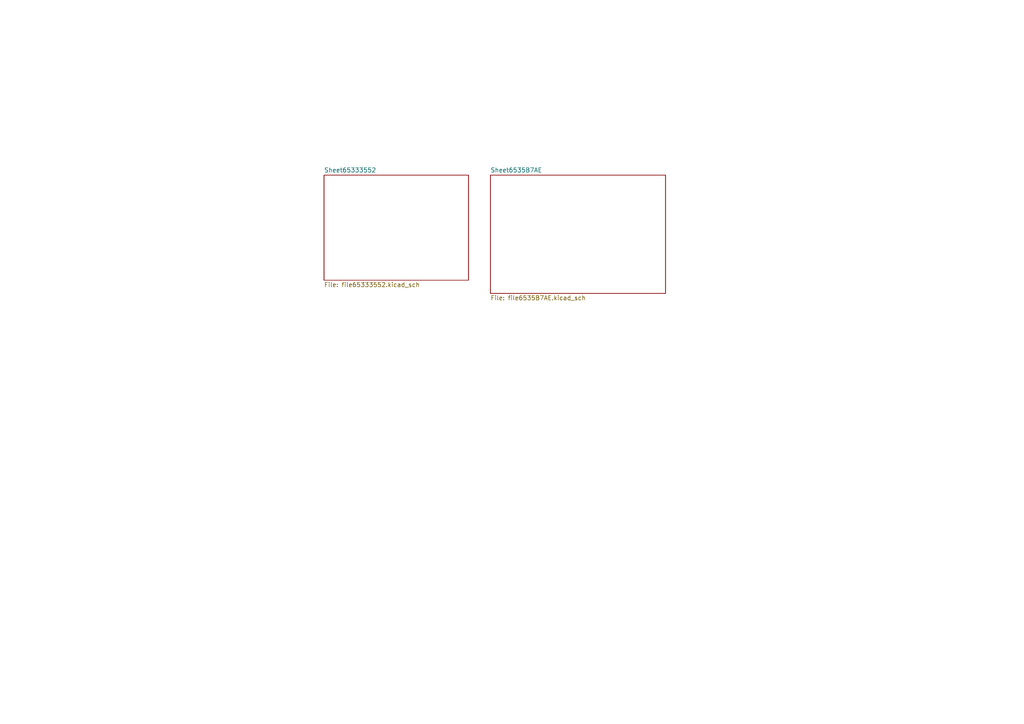
<source format=kicad_sch>
(kicad_sch
	(version 20231120)
	(generator "eeschema")
	(generator_version "8.0")
	(uuid "6dfd2e36-9e55-416b-8a2b-26821539c53a")
	(paper "A4")
	(title_block
		(comment 1 "2023")
		(comment 2 "MS")
		(comment 3 "Aditya.P")
		(comment 4 "DCCB")
	)
	(lib_symbols)
	(sheet
		(at 93.98 50.8)
		(size 41.91 30.48)
		(fields_autoplaced yes)
		(stroke
			(width 0)
			(type solid)
		)
		(fill
			(color 0 0 0 0.0000)
		)
		(uuid "00000000-0000-0000-0000-000065333553")
		(property "Sheetname" "Sheet65333552"
			(at 93.98 50.0884 0)
			(effects
				(font
					(size 1.27 1.27)
				)
				(justify left bottom)
			)
		)
		(property "Sheetfile" "file65333552.kicad_sch"
			(at 93.98 81.8646 0)
			(effects
				(font
					(size 1.27 1.27)
				)
				(justify left top)
			)
		)
		(instances
			(project "DCCB PCB-V3"
				(path "/6dfd2e36-9e55-416b-8a2b-26821539c53a"
					(page "2")
				)
			)
		)
	)
	(sheet
		(at 142.24 50.8)
		(size 50.8 34.29)
		(fields_autoplaced yes)
		(stroke
			(width 0)
			(type solid)
		)
		(fill
			(color 0 0 0 0.0000)
		)
		(uuid "00000000-0000-0000-0000-00006535b7af")
		(property "Sheetname" "Sheet6535B7AE"
			(at 142.24 50.0884 0)
			(effects
				(font
					(size 1.27 1.27)
				)
				(justify left bottom)
			)
		)
		(property "Sheetfile" "file6535B7AE.kicad_sch"
			(at 142.24 85.6746 0)
			(effects
				(font
					(size 1.27 1.27)
				)
				(justify left top)
			)
		)
		(instances
			(project "DCCB PCB-V3"
				(path "/6dfd2e36-9e55-416b-8a2b-26821539c53a"
					(page "3")
				)
			)
		)
	)
	(sheet_instances
		(path "/"
			(page "1")
		)
	)
)

</source>
